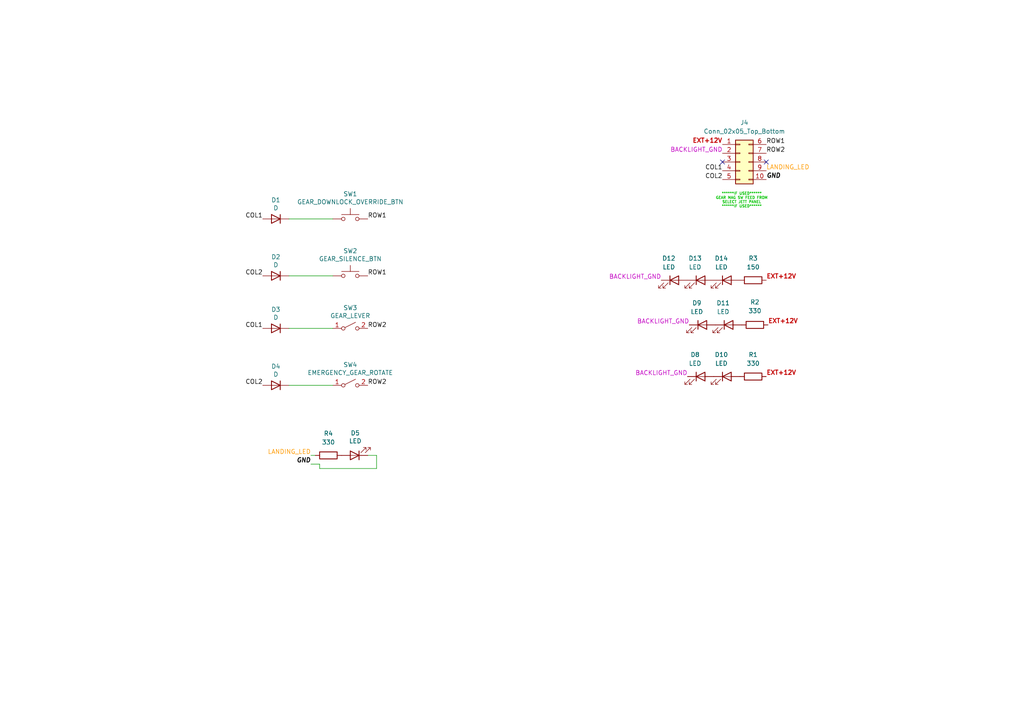
<source format=kicad_sch>
(kicad_sch (version 20231120) (generator "eeschema") (generator_version "8.0")
  (paper "A4")
  (lib_symbols
    (symbol "Connector_Generic:Conn_02x05_Top_Bottom" (pin_names (offset 1.016) hide)
      (property "Reference" "J" (at 1.27 7.62 0))
      (property "Value" "Conn_02x05_Top_Bottom" (at 1.27 -7.62 0))
      (symbol "Conn_02x05_Top_Bottom_1_1"
        (rectangle (start -1.27 -4.953) (end 0 -5.207) (stroke (width 0.1524)))
        (rectangle (start -1.27 -2.413) (end 0 -2.667) (stroke (width 0.1524)))
        (rectangle (start -1.27 0.127) (end 0 -0.127) (stroke (width 0.1524)))
        (rectangle (start -1.27 2.667) (end 0 2.413) (stroke (width 0.1524)))
        (rectangle (start -1.27 5.207) (end 0 4.953) (stroke (width 0.1524)))
        (rectangle (start -1.27 6.35) (end 3.81 -6.35) (stroke (width 0.254)) (fill (type background)))
        (rectangle (start 3.81 -4.953) (end 2.54 -5.207) (stroke (width 0.1524)))
        (rectangle (start 3.81 -2.413) (end 2.54 -2.667) (stroke (width 0.1524)))
        (rectangle (start 3.81 0.127) (end 2.54 -0.127) (stroke (width 0.1524)))
        (rectangle (start 3.81 2.667) (end 2.54 2.413) (stroke (width 0.1524)))
        (rectangle (start 3.81 5.207) (end 2.54 4.953) (stroke (width 0.1524)))
        (pin passive line (at -5.08 5.08 0) (length 3.81) (name "Pin_1") (number "1"))
        (pin passive line (at 7.62 -5.08 180) (length 3.81) (name "Pin_10") (number "10"))
        (pin passive line (at -5.08 2.54 0) (length 3.81) (name "Pin_2") (number "2"))
        (pin passive line (at -5.08 0 0) (length 3.81) (name "Pin_3") (number "3"))
        (pin passive line (at -5.08 -2.54 0) (length 3.81) (name "Pin_4") (number "4"))
        (pin passive line (at -5.08 -5.08 0) (length 3.81) (name "Pin_5") (number "5"))
        (pin passive line (at 7.62 5.08 180) (length 3.81) (name "Pin_6") (number "6"))
        (pin passive line (at 7.62 2.54 180) (length 3.81) (name "Pin_7") (number "7"))
        (pin passive line (at 7.62 0 180) (length 3.81) (name "Pin_8") (number "8"))
        (pin passive line (at 7.62 -2.54 180) (length 3.81) (name "Pin_9") (number "9"))
      )
    )
    (symbol "Device:D" (pin_numbers hide) (pin_names (offset 1.016) hide)
      (property "Reference" "D" (at 0 2.54 0))
      (property "Value" "D" (at 0 -2.54 0))
      (symbol "D_0_1"
        (polyline (pts (xy -1.27 1.27) (xy -1.27 -1.27)) (stroke (width 0.254)))
        (polyline (pts (xy 1.27 0) (xy -1.27 0)))
        (polyline (pts (xy 1.27 1.27) (xy 1.27 -1.27) (xy -1.27 0) (xy 1.27 1.27)) (stroke (width 0.254)))
      )
      (symbol "D_1_1"
        (pin passive line (at -3.81 0 0) (length 2.54) (name "K") (number "1"))
        (pin passive line (at 3.81 0 180) (length 2.54) (name "A") (number "2"))
      )
    )
    (symbol "Device:LED" (pin_numbers hide) (pin_names (offset 1.016) hide)
      (property "Reference" "D" (at 0 2.54 0))
      (property "Value" "LED" (at 0 -2.54 0))
      (symbol "LED_0_1"
        (polyline (pts (xy -1.27 -1.27) (xy -1.27 1.27)) (stroke (width 0.254)))
        (polyline (pts (xy -1.27 0) (xy 1.27 0)))
        (polyline (pts (xy 1.27 -1.27) (xy 1.27 1.27) (xy -1.27 0) (xy 1.27 -1.27)) (stroke (width 0.254)))
        (polyline (pts (xy -3.048 -0.762) (xy -4.572 -2.286) (xy -3.81 -2.286) (xy -4.572 -2.286) (xy -4.572 -1.524)))
        (polyline (pts (xy -1.778 -0.762) (xy -3.302 -2.286) (xy -2.54 -2.286) (xy -3.302 -2.286) (xy -3.302 -1.524)))
      )
      (symbol "LED_1_1"
        (pin passive line (at -3.81 0 0) (length 2.54) (name "K") (number "1"))
        (pin passive line (at 3.81 0 180) (length 2.54) (name "A") (number "2"))
      )
    )
    (symbol "Device:R" (pin_numbers hide) (pin_names (offset 0))
      (property "Reference" "R" (at 2.032 0 90))
      (property "Value" "R" (at 0 0 90))
      (symbol "R_0_1"
        (rectangle (start -1.016 -2.54) (end 1.016 2.54) (stroke (width 0.254)))
      )
      (symbol "R_1_1"
        (pin passive line (at 0 3.81 270) (length 1.27) (name "~") (number "1"))
        (pin passive line (at 0 -3.81 90) (length 1.27) (name "~") (number "2"))
      )
    )
    (symbol "Switch:SW_Push" (pin_numbers hide) (pin_names (offset 1.016) hide)
      (property "Reference" "SW" (at 1.27 2.54 0))
      (property "Value" "SW_Push" (at 0 -1.524 0))
      (symbol "SW_Push_0_1"
        (circle (center -2.032 0) (radius 0.508))
        (polyline (pts (xy 0 1.27) (xy 0 3.048)))
        (polyline (pts (xy 2.54 1.27) (xy -2.54 1.27)))
        (circle (center 2.032 0) (radius 0.508))
        (pin passive line (at -5.08 0 0) (length 2.54) (name "1") (number "1"))
        (pin passive line (at 5.08 0 180) (length 2.54) (name "2") (number "2"))
      )
    )
    (symbol "Switch:SW_SPST" (pin_names (offset 0) hide)
      (property "Reference" "SW" (at 0 3.175 0))
      (property "Value" "SW_SPST" (at 0 -2.54 0))
      (symbol "SW_SPST_0_0"
        (circle (center -2.032 0) (radius 0.508))
        (polyline (pts (xy -1.524 0.254) (xy 1.524 1.778)))
        (circle (center 2.032 0) (radius 0.508))
      )
      (symbol "SW_SPST_1_1"
        (pin passive line (at -5.08 0 0) (length 2.54) (name "A") (number "1"))
        (pin passive line (at 5.08 0 180) (length 2.54) (name "B") (number "2"))
      )
    )
  )
  (no_connect (at 209.55 46.99))
  (no_connect (at 222.25 46.99))
  (wire (pts (xy 109.22 135.89) (xy 92.71 135.89)))
  (wire (pts (xy 92.71 134.62) (xy 90.17 134.62)))
  (wire (pts (xy 83.82 80.01) (xy 96.52 80.01)))
  (wire (pts (xy 96.52 95.25) (xy 83.82 95.25)))
  (wire (pts (xy 92.71 135.89) (xy 92.71 134.62)))
  (wire (pts (xy 90.17 132.08) (xy 91.44 132.08)))
  (wire (pts (xy 109.22 132.08) (xy 109.22 135.89)))
  (wire (pts (xy 106.68 132.08) (xy 109.22 132.08)))
  (wire (pts (xy 83.82 111.76) (xy 96.52 111.76)))
  (wire (pts (xy 96.52 63.5) (xy 83.82 63.5)))
  (text "******IF USED******\nGEAR MAG SW FEED FROM\nSELECT JETT PANEL\n******IF USED******" (at 215.138 60.452 0) (effects (font (size 0.762 0.762)) (justify bottom)))
  (label "LANDING_LED" (at 90.17 132.08 180))
  (label "ROW2" (at 222.25 44.45 0))
  (label "COL1" (at 76.2 95.25 180))
  (label "COL2" (at 209.55 52.07 180))
  (label "BACKLIGHT_GND" (at 199.898 94.234 180))
  (label "BACKLIGHT_GND" (at 209.55 44.45 180))
  (label "BACKLIGHT_GND" (at 191.77 81.28 180))
  (label "EXT+12V" (at 209.55 41.91 180) (effects (font (thickness 0.254) (bold yes))))
  (label "ROW1" (at 222.25 41.91 0))
  (label "LANDING_LED" (at 222.25 49.53 0))
  (label "EXT+12V" (at 222.25 109.22 0) (effects (font (thickness 0.254) (bold yes))))
  (label "ROW2" (at 106.68 95.25 0))
  (label "COL2" (at 76.2 80.01 180))
  (label "ROW1" (at 106.68 63.5 0))
  (label "GND" (at 90.17 134.62 180) (effects (font (thickness 0.254) (bold yes) (italic yes))))
  (label "GND" (at 222.25 52.07 0) (effects (font (thickness 0.254) (bold yes) (italic yes))))
  (label "EXT+12V" (at 222.758 94.234 0) (effects (font (thickness 0.254) (bold yes))))
  (label "BACKLIGHT_GND" (at 199.39 109.22 180))
  (label "COL2" (at 76.2 111.76 180))
  (label "COL1" (at 209.55 49.53 180))
  (label "ROW1" (at 106.68 80.01 0))
  (label "EXT+12V" (at 222.25 81.28 0) (effects (font (thickness 0.254) (bold yes))))
  (label "COL1" (at 76.2 63.5 180))
  (label "ROW2" (at 106.68 111.76 0))
  (symbol (lib_id "Device:LED") (at 203.2 109.22 0) (unit 1)
    (property "Reference" "D8" (at 201.6125 102.87 0))
    (property "Value" "LED" (at 201.6125 105.41 0))
    (property "Footprint" "LED_THT:LED_D3.0mm_FlatTop" (effects (hide yes)))
  )
  (symbol (lib_id "Device:D") (at 80.01 80.01 0) (mirror y) (unit 1)
    (property "Reference" "D2" (at 80.01 74.5236 0))
    (property "Value" "D" (at 80.01 76.835 0))
    (property "Footprint" "Library:D_A-405_P7.62mm_Horizontal-SIGNAL" (effects (hide yes)))
  )
  (symbol (lib_id "Device:R") (at 95.25 132.08 90) (unit 1)
    (property "Reference" "R4" (at 95.25 125.73 90))
    (property "Value" "330" (at 95.25 128.27 90))
    (property "Footprint" "Resistor_THT:R_Axial_DIN0204_L3.6mm_D1.6mm_P7.62mm_Horizontal" (effects (hide yes)))
  )
  (symbol (lib_id "Device:LED") (at 102.87 132.08 180) (unit 1)
    (property "Reference" "D5" (at 103.0478 125.603 0))
    (property "Value" "LED" (at 103.0478 127.9144 0))
    (property "Footprint" "Connector_JST:JST_XH_B2B-XH-A_1x02_P2.50mm_Vertical" (effects (hide yes)))
  )
  (symbol (lib_id "Connector_Generic:Conn_02x05_Top_Bottom") (at 214.63 46.99 0) (unit 1)
    (property "Reference" "J4" (at 215.9 35.56 0))
    (property "Value" "Conn_02x05_Top_Bottom" (at 215.9 38.1 0))
    (property "Footprint" "Connector_IDC:IDC-Header_2x05_P2.54mm_Vertical" (effects (hide yes)))
    (property "Description" "Generic connector, double row, 02x05, top/bottom pin numbering scheme (row 1: 1...pins_per_row, row2: pins_per_row+1 ... num_pins), script generated (kicad-library-utils/schlib/autogen/connector/)" (effects (hide yes)))
  )
  (symbol (lib_id "Device:LED") (at 195.58 81.28 0) (unit 1)
    (property "Reference" "D12" (at 193.9925 74.93 0))
    (property "Value" "LED" (at 193.9925 77.47 0))
    (property "Footprint" "LED_THT:LED_D3.0mm_FlatTop" (effects (hide yes)))
  )
  (symbol (lib_id "Switch:SW_Push") (at 101.6 80.01 0) (unit 1)
    (property "Reference" "SW2" (at 101.6 72.771 0))
    (property "Value" "GEAR_SILENCE_BTN" (at 101.6 75.0824 0))
    (property "Footprint" "Connector_JST:JST_XH_B2B-XH-A_1x02_P2.50mm_Vertical" (effects (hide yes)))
  )
  (symbol (lib_id "Device:LED") (at 203.708 94.234 0) (unit 1)
    (property "Reference" "D9" (at 202.1205 87.884 0))
    (property "Value" "LED" (at 202.1205 90.424 0))
    (property "Footprint" "LED_THT:LED_D3.0mm_FlatTop" (effects (hide yes)))
  )
  (symbol (lib_id "Switch:SW_SPST") (at 101.6 111.76 0) (unit 1)
    (property "Reference" "SW4" (at 101.6 105.791 0))
    (property "Value" "EMERGENCY_GEAR_ROTATE" (at 101.6 108.1024 0))
    (property "Footprint" "Connector_JST:JST_XH_B2B-XH-A_1x02_P2.50mm_Vertical" (effects (hide yes)))
  )
  (symbol (lib_id "Device:LED") (at 203.2 81.28 0) (unit 1)
    (property "Reference" "D13" (at 201.6125 74.93 0))
    (property "Value" "LED" (at 201.6125 77.47 0))
    (property "Footprint" "LED_THT:LED_D3.0mm_FlatTop" (effects (hide yes)))
  )
  (symbol (lib_id "Device:R") (at 218.44 109.22 90) (unit 1)
    (property "Reference" "R1" (at 218.44 102.87 90))
    (property "Value" "330" (at 218.44 105.41 90))
    (property "Footprint" "Resistor_THT:R_Axial_DIN0204_L3.6mm_D1.6mm_P7.62mm_Horizontal" (effects (hide yes)))
  )
  (symbol (lib_id "Device:D") (at 80.01 111.76 0) (mirror y) (unit 1)
    (property "Reference" "D4" (at 80.01 106.2736 0))
    (property "Value" "D" (at 80.01 108.585 0))
    (property "Footprint" "Library:D_A-405_P7.62mm_Horizontal-SIGNAL" (effects (hide yes)))
  )
  (symbol (lib_id "Device:R") (at 218.948 94.234 90) (unit 1)
    (property "Reference" "R2" (at 218.948 87.63 90))
    (property "Value" "330" (at 218.948 90.17 90))
    (property "Footprint" "Resistor_THT:R_Axial_DIN0204_L3.6mm_D1.6mm_P7.62mm_Horizontal" (effects (hide yes)))
  )
  (symbol (lib_id "Device:R") (at 218.44 81.28 90) (unit 1)
    (property "Reference" "R3" (at 218.44 74.93 90))
    (property "Value" "150" (at 218.44 77.47 90))
    (property "Footprint" "Resistor_THT:R_Axial_DIN0204_L3.6mm_D1.6mm_P7.62mm_Horizontal" (effects (hide yes)))
  )
  (symbol (lib_id "Switch:SW_SPST") (at 101.6 95.25 0) (unit 1)
    (property "Reference" "SW3" (at 101.6 89.281 0))
    (property "Value" "GEAR_LEVER" (at 101.6 91.5924 0))
    (property "Footprint" "Connector_JST:JST_XH_B2B-XH-A_1x02_P2.50mm_Vertical" (effects (hide yes)))
  )
  (symbol (lib_id "Device:D") (at 80.01 63.5 0) (mirror y) (unit 1)
    (property "Reference" "D1" (at 80.01 58.0136 0))
    (property "Value" "D" (at 80.01 60.325 0))
    (property "Footprint" "Library:D_A-405_P7.62mm_Horizontal-SIGNAL" (effects (hide yes)))
  )
  (symbol (lib_id "Switch:SW_Push") (at 101.6 63.5 0) (unit 1)
    (property "Reference" "SW1" (at 101.6 56.261 0))
    (property "Value" "GEAR_DOWNLOCK_OVERRIDE_BTN" (at 101.6 58.5724 0))
    (property "Footprint" "Connector_JST:JST_XH_B2B-XH-A_1x02_P2.50mm_Vertical" (effects (hide yes)))
  )
  (symbol (lib_id "Device:D") (at 80.01 95.25 0) (mirror y) (unit 1)
    (property "Reference" "D3" (at 80.01 89.7636 0))
    (property "Value" "D" (at 80.01 92.075 0))
    (property "Footprint" "Library:D_A-405_P7.62mm_Horizontal-SIGNAL" (effects (hide yes)))
  )
  (symbol (lib_id "Device:LED") (at 210.82 109.22 0) (unit 1)
    (property "Reference" "D10" (at 209.2325 102.87 0))
    (property "Value" "LED" (at 209.2325 105.41 0))
    (property "Footprint" "LED_THT:LED_D3.0mm_FlatTop" (effects (hide yes)))
  )
  (symbol (lib_id "Device:LED") (at 210.82 81.28 0) (unit 1)
    (property "Reference" "D14" (at 209.2325 74.93 0))
    (property "Value" "LED" (at 209.2325 77.47 0))
    (property "Footprint" "LED_THT:LED_D3.0mm_FlatTop" (effects (hide yes)))
  )
  (symbol (lib_id "Device:LED") (at 211.328 94.234 0) (unit 1)
    (property "Reference" "D11" (at 209.7405 87.884 0))
    (property "Value" "LED" (at 209.7405 90.424 0))
    (property "Footprint" "LED_THT:LED_D3.0mm_FlatTop" (effects (hide yes)))
  )
)
</source>
